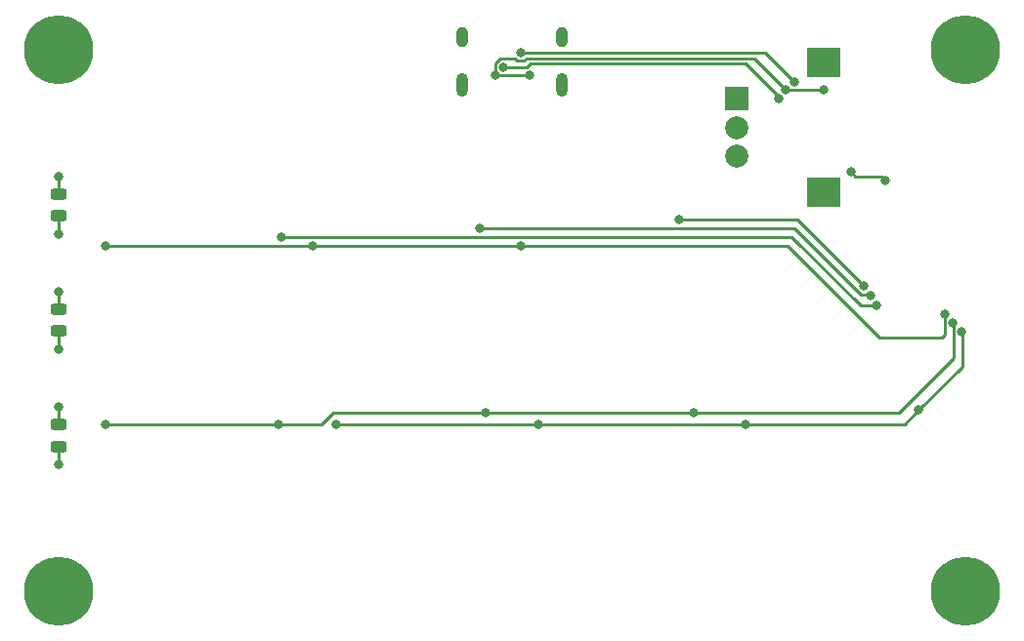
<source format=gbr>
%TF.GenerationSoftware,KiCad,Pcbnew,(7.0.0)*%
%TF.CreationDate,2023-03-20T18:36:50-07:00*%
%TF.ProjectId,Credit Card PCB V1,43726564-6974-4204-9361-726420504342,rev?*%
%TF.SameCoordinates,Original*%
%TF.FileFunction,Copper,L1,Top*%
%TF.FilePolarity,Positive*%
%FSLAX46Y46*%
G04 Gerber Fmt 4.6, Leading zero omitted, Abs format (unit mm)*
G04 Created by KiCad (PCBNEW (7.0.0)) date 2023-03-20 18:36:50*
%MOMM*%
%LPD*%
G01*
G04 APERTURE LIST*
G04 Aperture macros list*
%AMRoundRect*
0 Rectangle with rounded corners*
0 $1 Rounding radius*
0 $2 $3 $4 $5 $6 $7 $8 $9 X,Y pos of 4 corners*
0 Add a 4 corners polygon primitive as box body*
4,1,4,$2,$3,$4,$5,$6,$7,$8,$9,$2,$3,0*
0 Add four circle primitives for the rounded corners*
1,1,$1+$1,$2,$3*
1,1,$1+$1,$4,$5*
1,1,$1+$1,$6,$7*
1,1,$1+$1,$8,$9*
0 Add four rect primitives between the rounded corners*
20,1,$1+$1,$2,$3,$4,$5,0*
20,1,$1+$1,$4,$5,$6,$7,0*
20,1,$1+$1,$6,$7,$8,$9,0*
20,1,$1+$1,$8,$9,$2,$3,0*%
G04 Aperture macros list end*
%TA.AperFunction,ComponentPad*%
%ADD10C,0.700000*%
%TD*%
%TA.AperFunction,ComponentPad*%
%ADD11C,6.000000*%
%TD*%
%TA.AperFunction,ComponentPad*%
%ADD12R,2.000000X2.000000*%
%TD*%
%TA.AperFunction,ComponentPad*%
%ADD13C,2.000000*%
%TD*%
%TA.AperFunction,ComponentPad*%
%ADD14R,3.000000X2.500000*%
%TD*%
%TA.AperFunction,SMDPad,CuDef*%
%ADD15RoundRect,0.243750X-0.456250X0.243750X-0.456250X-0.243750X0.456250X-0.243750X0.456250X0.243750X0*%
%TD*%
%TA.AperFunction,ComponentPad*%
%ADD16O,1.000000X1.800000*%
%TD*%
%TA.AperFunction,ComponentPad*%
%ADD17O,1.000000X2.100000*%
%TD*%
%TA.AperFunction,ViaPad*%
%ADD18C,0.800000*%
%TD*%
%TA.AperFunction,Conductor*%
%ADD19C,0.250000*%
%TD*%
G04 APERTURE END LIST*
D10*
%TO.P,H3,1,1*%
%TO.N,GND*%
X167416726Y-116666726D03*
X166250000Y-113850000D03*
X165083274Y-114333274D03*
X164600000Y-115500000D03*
X167416726Y-114333274D03*
X165083274Y-116666726D03*
X166250000Y-117150000D03*
D11*
X166250000Y-115500000D03*
D10*
X167900000Y-115500000D03*
%TD*%
%TO.P,H2,1,1*%
%TO.N,GND*%
X88916726Y-116666726D03*
X87750000Y-113850000D03*
X86583274Y-114333274D03*
X86100000Y-115500000D03*
X88916726Y-114333274D03*
X86583274Y-116666726D03*
X87750000Y-117150000D03*
D11*
X87750000Y-115500000D03*
D10*
X89400000Y-115500000D03*
%TD*%
%TO.P,H1,1,1*%
%TO.N,GND*%
X167416726Y-69666726D03*
X166250000Y-66850000D03*
X165083274Y-67333274D03*
X164600000Y-68500000D03*
X167416726Y-67333274D03*
X165083274Y-69666726D03*
X166250000Y-70150000D03*
D11*
X166250000Y-68500000D03*
D10*
X167900000Y-68500000D03*
%TD*%
%TO.P,H0,1,1*%
%TO.N,GND*%
X88916726Y-69666726D03*
X87750000Y-66850000D03*
X86583274Y-67333274D03*
X86100000Y-68500000D03*
X88916726Y-67333274D03*
X86583274Y-69666726D03*
X87750000Y-70150000D03*
D11*
X87750000Y-68500000D03*
D10*
X89400000Y-68500000D03*
%TD*%
D12*
%TO.P,SW1,A,A*%
%TO.N,/Encoder 0A*%
X146499999Y-72749999D03*
D13*
%TO.P,SW1,B,B*%
%TO.N,/Encoder 0B*%
X146500000Y-77750000D03*
%TO.P,SW1,C,C*%
%TO.N,GND*%
X146500000Y-75250000D03*
D14*
%TO.P,SW1,MP*%
%TO.N,N/C*%
X153999999Y-69649999D03*
X153999999Y-80849999D03*
%TD*%
D15*
%TO.P,D13,1,K*%
%TO.N,GND*%
X87750000Y-91062500D03*
%TO.P,D13,2,A*%
%TO.N,Net-(D13-A)*%
X87750000Y-92937500D03*
%TD*%
%TO.P,D12,1,K*%
%TO.N,GND*%
X87750000Y-81062500D03*
%TO.P,D12,2,A*%
%TO.N,Net-(D12-A)*%
X87750000Y-82937500D03*
%TD*%
%TO.P,D14,1,K*%
%TO.N,GND*%
X87750000Y-101062500D03*
%TO.P,D14,2,A*%
%TO.N,Net-(D14-A)*%
X87750000Y-102937500D03*
%TD*%
D16*
%TO.P,J1,S1,SHIELD*%
%TO.N,GND*%
X122679999Y-67374999D03*
D17*
X122679999Y-71554999D03*
D16*
X131319999Y-67374999D03*
D17*
X131319999Y-71554999D03*
%TD*%
D18*
%TO.N,/D+ Bus*%
X127750000Y-68750000D03*
X151456755Y-71293245D03*
%TO.N,/V Bus*%
X154000000Y-72018245D03*
%TO.N,Net-(D13-A)*%
X87750000Y-94500000D03*
%TO.N,Net-(D14-A)*%
X87750000Y-104500000D03*
%TO.N,Net-(D12-A)*%
X87750000Y-84500000D03*
%TO.N,GND*%
X87750000Y-79500000D03*
X87750000Y-89500000D03*
X87750000Y-99500000D03*
%TO.N,Net-(U2-D-)*%
X156375000Y-79125000D03*
X159362701Y-79887299D03*
%TO.N,/V Bus*%
X150750000Y-72000000D03*
%TO.N,/D- Bus*%
X150078518Y-72740349D03*
%TO.N,/V Bus*%
X128500000Y-70750000D03*
X125525500Y-70750000D03*
%TO.N,/D- Bus*%
X126250000Y-70025500D03*
%TO.N,/Row 0*%
X91750000Y-85500000D03*
X109750000Y-85500000D03*
X127750000Y-85500000D03*
X164500000Y-91500000D03*
%TO.N,/Row 1*%
X165224500Y-92250000D03*
X142750000Y-100000000D03*
X91750000Y-101000000D03*
X106750000Y-101000000D03*
X124750000Y-100000000D03*
%TO.N,/Row 2*%
X147250000Y-101000000D03*
X162250000Y-99750000D03*
X129250000Y-101000000D03*
X165974500Y-93000000D03*
X111750000Y-101000000D03*
%TO.N,/Column 0*%
X158556971Y-90691992D03*
X107000000Y-84750000D03*
%TO.N,/Column 1*%
X124250000Y-84000000D03*
X158038404Y-89837536D03*
%TO.N,/Column 2*%
X141500000Y-83250000D03*
X157512299Y-88987701D03*
%TD*%
D19*
%TO.N,/V Bus*%
X154000000Y-72018245D02*
X150768245Y-72018245D01*
X150768245Y-72018245D02*
X150750000Y-72000000D01*
%TO.N,/D- Bus*%
X128312500Y-70000000D02*
X128612500Y-69700000D01*
X128612500Y-69700000D02*
X147200000Y-69700000D01*
X147200000Y-69700000D02*
X150078518Y-72578518D01*
X126275500Y-70000000D02*
X128312500Y-70000000D01*
X150078518Y-72578518D02*
X150078518Y-72740349D01*
X126250000Y-70025500D02*
X126275500Y-70000000D01*
%TO.N,/V Bus*%
X128050305Y-69475000D02*
X128275305Y-69250000D01*
X127275195Y-69300500D02*
X127449695Y-69475000D01*
X148000000Y-69250000D02*
X150750000Y-72000000D01*
X125949695Y-69300500D02*
X127275195Y-69300500D01*
X127449695Y-69475000D02*
X128050305Y-69475000D01*
X125525500Y-69724695D02*
X125949695Y-69300500D01*
X125525500Y-70750000D02*
X125525500Y-69724695D01*
X128275305Y-69250000D02*
X148000000Y-69250000D01*
%TO.N,/D+ Bus*%
X148913510Y-68750000D02*
X151456755Y-71293245D01*
X127750000Y-68750000D02*
X148913510Y-68750000D01*
%TO.N,/V Bus*%
X128500000Y-70750000D02*
X125525500Y-70750000D01*
%TO.N,GND*%
X87750000Y-81062500D02*
X87750000Y-79500000D01*
X87750000Y-91062500D02*
X87750000Y-89500000D01*
X87750000Y-101062500D02*
X87750000Y-99500000D01*
%TO.N,/Row 2*%
X166000000Y-96000000D02*
X162250000Y-99750000D01*
X166000000Y-93025500D02*
X166000000Y-96000000D01*
X165974500Y-93000000D02*
X166000000Y-93025500D01*
%TO.N,/Row 1*%
X160500000Y-100000000D02*
X142750000Y-100000000D01*
X165250000Y-92275500D02*
X165250000Y-95250000D01*
X165224500Y-92250000D02*
X165250000Y-92275500D01*
X165250000Y-95250000D02*
X160500000Y-100000000D01*
%TO.N,Net-(D13-A)*%
X87750000Y-94500000D02*
X87750000Y-92937500D01*
%TO.N,Net-(D14-A)*%
X87750000Y-104500000D02*
X87750000Y-102937500D01*
%TO.N,Net-(D12-A)*%
X87750000Y-84500000D02*
X87750000Y-82937500D01*
%TO.N,/Row 0*%
X164500000Y-93250000D02*
X164500000Y-91500000D01*
X158875000Y-93500000D02*
X164250000Y-93500000D01*
X164250000Y-93500000D02*
X164500000Y-93250000D01*
X150875000Y-85500000D02*
X158875000Y-93500000D01*
X127750000Y-85500000D02*
X150875000Y-85500000D01*
%TO.N,Net-(U2-D-)*%
X158975402Y-79500000D02*
X156750000Y-79500000D01*
X159362701Y-79887299D02*
X158975402Y-79500000D01*
X156750000Y-79500000D02*
X156375000Y-79125000D01*
%TO.N,/Row 2*%
X162250000Y-99750000D02*
X161000000Y-101000000D01*
X161000000Y-101000000D02*
X147250000Y-101000000D01*
%TO.N,/Row 1*%
X111500000Y-100000000D02*
X124750000Y-100000000D01*
X110500000Y-101000000D02*
X111500000Y-100000000D01*
X106750000Y-101000000D02*
X110500000Y-101000000D01*
X106750000Y-101000000D02*
X91750000Y-101000000D01*
X124750000Y-100000000D02*
X142750000Y-100000000D01*
%TO.N,/Row 0*%
X109750000Y-85500000D02*
X127750000Y-85500000D01*
X91750000Y-85500000D02*
X109750000Y-85500000D01*
%TO.N,/Row 2*%
X129250000Y-101000000D02*
X111750000Y-101000000D01*
X147250000Y-101000000D02*
X129250000Y-101000000D01*
%TO.N,/Column 0*%
X151250000Y-84750000D02*
X157191992Y-90691992D01*
X157191992Y-90691992D02*
X158556971Y-90691992D01*
X107000000Y-84750000D02*
X151250000Y-84750000D01*
%TO.N,/Column 1*%
X124250000Y-84000000D02*
X151500000Y-84000000D01*
X151500000Y-84000000D02*
X157231755Y-89731755D01*
X157231755Y-89731755D02*
X157932623Y-89731755D01*
%TO.N,/Column 2*%
X151750000Y-83250000D02*
X141500000Y-83250000D01*
X157487701Y-88987701D02*
X151750000Y-83250000D01*
X157512299Y-88987701D02*
X157487701Y-88987701D01*
%TD*%
M02*

</source>
